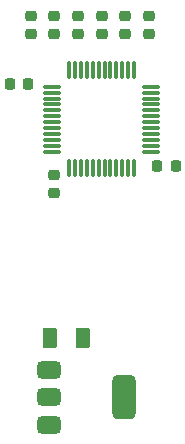
<source format=gbp>
G04 Layer: BottomPasteMaskLayer*
G04 EasyEDA Pro v2.2.27.1, 2024-09-15 10:59:50*
G04 Gerber Generator version 0.3*
G04 Scale: 100 percent, Rotated: No, Reflected: No*
G04 Dimensions in millimeters*
G04 Leading zeros omitted, absolute positions, 3 integers and 5 decimals*
%TF.GenerationSoftware,KiCad,Pcbnew,8.0.6*%
%TF.CreationDate,2024-11-06T22:38:32+08:00*%
%TF.ProjectId,lichuang-gekuo-star-stm32f103c8t6-development-board,6c696368-7561-46e6-972d-67656b756f2d,rev?*%
%TF.SameCoordinates,Original*%
%TF.FileFunction,Paste,Bot*%
%TF.FilePolarity,Positive*%
%FSLAX46Y46*%
G04 Gerber Fmt 4.6, Leading zero omitted, Abs format (unit mm)*
G04 Created by KiCad (PCBNEW 8.0.6) date 2024-11-06 22:38:32*
%MOMM*%
%LPD*%
G01*
G04 APERTURE LIST*
G04 Aperture macros list*
%AMRoundRect*
0 Rectangle with rounded corners*
0 $1 Rounding radius*
0 $2 $3 $4 $5 $6 $7 $8 $9 X,Y pos of 4 corners*
0 Add a 4 corners polygon primitive as box body*
4,1,4,$2,$3,$4,$5,$6,$7,$8,$9,$2,$3,0*
0 Add four circle primitives for the rounded corners*
1,1,$1+$1,$2,$3*
1,1,$1+$1,$4,$5*
1,1,$1+$1,$6,$7*
1,1,$1+$1,$8,$9*
0 Add four rect primitives between the rounded corners*
20,1,$1+$1,$2,$3,$4,$5,0*
20,1,$1+$1,$4,$5,$6,$7,0*
20,1,$1+$1,$6,$7,$8,$9,0*
20,1,$1+$1,$8,$9,$2,$3,0*%
G04 Aperture macros list end*
%ADD10RoundRect,0.225000X-0.250000X0.225000X-0.250000X-0.225000X0.250000X-0.225000X0.250000X0.225000X0*%
%ADD11RoundRect,0.225000X0.250000X-0.225000X0.250000X0.225000X-0.250000X0.225000X-0.250000X-0.225000X0*%
%ADD12RoundRect,0.375000X-0.625000X-0.375000X0.625000X-0.375000X0.625000X0.375000X-0.625000X0.375000X0*%
%ADD13RoundRect,0.500000X-0.500000X-1.400000X0.500000X-1.400000X0.500000X1.400000X-0.500000X1.400000X0*%
%ADD14RoundRect,0.250000X0.375000X0.625000X-0.375000X0.625000X-0.375000X-0.625000X0.375000X-0.625000X0*%
%ADD15RoundRect,0.225000X-0.225000X-0.250000X0.225000X-0.250000X0.225000X0.250000X-0.225000X0.250000X0*%
%ADD16RoundRect,0.075000X-0.075000X0.662500X-0.075000X-0.662500X0.075000X-0.662500X0.075000X0.662500X0*%
%ADD17RoundRect,0.075000X-0.662500X0.075000X-0.662500X-0.075000X0.662500X-0.075000X0.662500X0.075000X0*%
%ADD18RoundRect,0.225000X0.225000X0.250000X-0.225000X0.250000X-0.225000X-0.250000X0.225000X-0.250000X0*%
G04 APERTURE END LIST*
D10*
%TO.C,C20*%
X96000000Y-104725000D03*
X96000000Y-106275000D03*
%TD*%
D11*
%TO.C,C24*%
X94000000Y-92775000D03*
X94000000Y-91225000D03*
%TD*%
%TO.C,C22*%
X104000000Y-92775000D03*
X104000000Y-91225000D03*
%TD*%
D12*
%TO.C,U1*%
X95570000Y-125850000D03*
X95570000Y-123550000D03*
D13*
X101870000Y-123550000D03*
D12*
X95570000Y-121250000D03*
%TD*%
D14*
%TO.C,F1*%
X98400000Y-118500000D03*
X95600000Y-118500000D03*
%TD*%
D11*
%TO.C,C9*%
X96000000Y-92775000D03*
X96000000Y-91225000D03*
%TD*%
%TO.C,C13*%
X100000000Y-92775000D03*
X100000000Y-91225000D03*
%TD*%
D15*
%TO.C,C23*%
X104725000Y-104000000D03*
X106275000Y-104000000D03*
%TD*%
D16*
%TO.C,U2*%
X97250000Y-95837500D03*
X97750000Y-95837500D03*
X98250000Y-95837500D03*
X98750000Y-95837500D03*
X99250000Y-95837500D03*
X99750000Y-95837500D03*
X100250000Y-95837500D03*
X100750000Y-95837500D03*
X101250000Y-95837500D03*
X101750000Y-95837500D03*
X102250000Y-95837500D03*
X102750000Y-95837500D03*
D17*
X104162500Y-97250000D03*
X104162500Y-97750000D03*
X104162500Y-98250000D03*
X104162500Y-98750000D03*
X104162500Y-99250000D03*
X104162500Y-99750000D03*
X104162500Y-100250000D03*
X104162500Y-100750000D03*
X104162500Y-101250000D03*
X104162500Y-101750000D03*
X104162500Y-102250000D03*
X104162500Y-102750000D03*
D16*
X102750000Y-104162500D03*
X102250000Y-104162500D03*
X101750000Y-104162500D03*
X101250000Y-104162500D03*
X100750000Y-104162500D03*
X100250000Y-104162500D03*
X99750000Y-104162500D03*
X99250000Y-104162500D03*
X98750000Y-104162500D03*
X98250000Y-104162500D03*
X97750000Y-104162500D03*
X97250000Y-104162500D03*
D17*
X95837500Y-102750000D03*
X95837500Y-102250000D03*
X95837500Y-101750000D03*
X95837500Y-101250000D03*
X95837500Y-100750000D03*
X95837500Y-100250000D03*
X95837500Y-99750000D03*
X95837500Y-99250000D03*
X95837500Y-98750000D03*
X95837500Y-98250000D03*
X95837500Y-97750000D03*
X95837500Y-97250000D03*
%TD*%
D11*
%TO.C,C14*%
X102000000Y-92775000D03*
X102000000Y-91225000D03*
%TD*%
%TO.C,C10*%
X98000000Y-92775000D03*
X98000000Y-91225000D03*
%TD*%
D18*
%TO.C,C21*%
X93775000Y-97000000D03*
X92225000Y-97000000D03*
%TD*%
M02*

</source>
